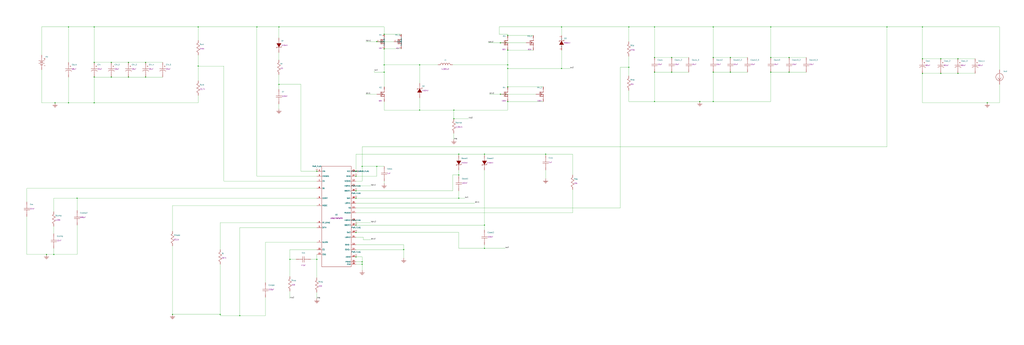
<source format=kicad_sch>
(kicad_sch (version 20231120) (generator "eeschema") (generator_version "8.0")
  (paper "User" 1062.99 358.14)
  (junction (at 800.1 74.93))
  (junction (at 957.58 76.2))
  (junction (at 582.93 71.12))
  (junction (at 994.41 60.96))
  (junction (at 527.05 52.07))
  (junction (at 471.17 123.19))
  (junction (at 391.16 43.18))
  (junction (at 48.26 264.16))
  (junction (at 800.1 27.94))
  (junction (at 652.78 69.85))
  (junction (at 71.12 106.68))
  (junction (at 819.15 59.69))
  (junction (at 527.05 105.41))
  (junction (at 398.78 67.31))
  (junction (at 398.78 35.56))
  (junction (at 1024.89 106.68))
  (junction (at 115.57 80.01))
  (junction (at 97.79 27.94))
  (junction (at 97.79 64.77))
  (junction (at 133.35 80.01))
  (junction (at 758.19 74.93))
  (junction (at 375.92 274.32))
  (junction (at 566.42 160.02))
  (junction (at 300.99 269.24))
  (junction (at 819.15 74.93))
  (junction (at 435.61 114.3))
  (junction (at 228.6 326.39))
  (junction (at 582.93 27.94))
  (junction (at 266.7 27.94))
  (junction (at 375.92 172.72))
  (junction (at 957.58 27.94))
  (junction (at 502.92 160.02))
  (junction (at 740.41 74.93))
  (junction (at 133.35 64.77))
  (junction (at 679.45 59.69))
  (junction (at 527.05 36.83))
  (junction (at 679.45 74.93))
  (junction (at 289.56 27.94))
  (junction (at 697.23 59.69))
  (junction (at 369.57 233.68))
  (junction (at 502.92 257.81))
  (junction (at 476.25 181.61))
  (junction (at 398.78 74.93))
  (junction (at 151.13 80.01))
  (junction (at 419.1 259.08))
  (junction (at 471.17 114.3))
  (junction (at 328.93 177.8))
  (junction (at 679.45 105.41))
  (junction (at 398.78 50.8))
  (junction (at 115.57 64.77))
  (junction (at 527.05 90.17))
  (junction (at 369.57 198.12))
  (junction (at 205.74 68.58))
  (junction (at 527.05 67.31))
  (junction (at 369.57 266.7))
  (junction (at 369.57 205.74))
  (junction (at 179.07 326.39))
  (junction (at 97.79 106.68))
  (junction (at 328.93 269.24))
  (junction (at 976.63 76.2))
  (junction (at 369.57 177.8))
  (junction (at 205.74 27.94))
  (junction (at 369.57 182.88))
  (junction (at 726.44 105.41))
  (junction (at 800.1 59.69))
  (junction (at 80.01 205.74))
  (junction (at 697.23 74.93))
  (junction (at 920.75 27.94))
  (junction (at 652.78 27.94))
  (junction (at 289.56 87.63))
  (junction (at 740.41 105.41))
  (junction (at 976.63 60.96))
  (junction (at 55.88 264.16))
  (junction (at 679.45 27.94))
  (junction (at 519.43 97.79))
  (junction (at 476.25 205.74))
  (junction (at 740.41 27.94))
  (junction (at 476.25 160.02))
  (junction (at 519.43 44.45))
  (junction (at 57.15 106.68))
  (junction (at 151.13 64.77))
  (junction (at 758.19 59.69))
  (junction (at 248.92 327.66))
  (junction (at 391.16 172.72))
  (junction (at 97.79 80.01))
  (junction (at 71.12 27.94))
  (junction (at 957.58 60.96))
  (junction (at 435.61 67.31))
  (junction (at 369.57 241.3))
  (junction (at 502.92 233.68))
  (junction (at 740.41 59.69))
  (junction (at 527.05 71.12))
  (junction (at 375.92 271.78))
  (junction (at 994.41 76.2))
  (wire (pts (xy 726.44 105.41) (xy 740.41 105.41)))
  (wire (pts (xy 476.25 176.53) (xy 476.25 181.61)))
  (wire (pts (xy 369.57 193.04) (xy 384.81 193.04)))
  (wire (pts (xy 205.74 68.58) (xy 205.74 83.82)))
  (wire (pts (xy 679.45 59.69) (xy 679.45 27.94)))
  (wire (pts (xy 527.05 114.3) (xy 471.17 114.3)))
  (wire (pts (xy 566.42 161.29) (xy 566.42 160.02)))
  (wire (pts (xy 740.41 74.93) (xy 758.19 74.93)))
  (wire (pts (xy 976.63 60.96) (xy 994.41 60.96)))
  (wire (pts (xy 471.17 138.43) (xy 471.17 144.78)))
  (wire (pts (xy 289.56 39.37) (xy 289.56 27.94)))
  (wire (pts (xy 679.45 74.93) (xy 679.45 105.41)))
  (wire (pts (xy 1037.59 72.39) (xy 1037.59 27.94)))
  (wire (pts (xy 398.78 67.31) (xy 435.61 67.31)))
  (wire (pts (xy 527.05 71.12) (xy 527.05 90.17)))
  (wire (pts (xy 55.88 264.16) (xy 48.26 264.16)))
  (wire (pts (xy 419.1 259.08) (xy 419.1 254)))
  (wire (pts (xy 1037.59 106.68) (xy 1037.59 87.63)))
  (wire (pts (xy 97.79 27.94) (xy 71.12 27.94)))
  (wire (pts (xy 476.25 161.29) (xy 476.25 160.02)))
  (wire (pts (xy 527.05 36.83) (xy 553.72 36.83)))
  (wire (pts (xy 115.57 64.77) (xy 133.35 64.77)))
  (wire (pts (xy 48.26 264.16) (xy 27.94 264.16)))
  (wire (pts (xy 398.78 35.56) (xy 416.56 35.56)))
  (wire (pts (xy 679.45 27.94) (xy 740.41 27.94)))
  (wire (pts (xy 435.61 114.3) (xy 398.78 114.3)))
  (wire (pts (xy 369.57 254) (xy 419.1 254)))
  (wire (pts (xy 369.57 220.98) (xy 594.36 220.98)))
  (wire (pts (xy 582.93 36.83) (xy 582.93 27.94)))
  (wire (pts (xy 57.15 106.68) (xy 43.18 106.68)))
  (wire (pts (xy 71.12 106.68) (xy 57.15 106.68)))
  (wire (pts (xy 758.19 59.69) (xy 775.97 59.69)))
  (wire (pts (xy 435.61 86.36) (xy 435.61 67.31)))
  (wire (pts (xy 369.57 231.14) (xy 384.81 231.14)))
  (wire (pts (xy 179.07 326.39) (xy 179.07 255.27)))
  (wire (pts (xy 398.78 50.8) (xy 398.78 67.31)))
  (wire (pts (xy 920.75 152.4) (xy 920.75 27.94)))
  (wire (pts (xy 43.18 106.68) (xy 43.18 72.39)))
  (wire (pts (xy 527.05 35.56) (xy 527.05 36.83)))
  (wire (pts (xy 205.74 27.94) (xy 97.79 27.94)))
  (wire (pts (xy 566.42 160.02) (xy 594.36 160.02)))
  (wire (pts (xy 151.13 64.77) (xy 168.91 64.77)))
  (wire (pts (xy 508 97.79) (xy 519.43 97.79)))
  (wire (pts (xy 819.15 74.93) (xy 836.93 74.93)))
  (wire (pts (xy 819.15 59.69) (xy 836.93 59.69)))
  (wire (pts (xy 471.17 114.3) (xy 435.61 114.3)))
  (wire (pts (xy 228.6 259.08) (xy 228.6 231.14)))
  (wire (pts (xy 312.42 177.8) (xy 328.93 177.8)))
  (wire (pts (xy 519.43 97.79) (xy 556.26 97.79)))
  (wire (pts (xy 502.92 160.02) (xy 566.42 160.02)))
  (wire (pts (xy 179.07 213.36) (xy 328.93 213.36)))
  (wire (pts (xy 369.57 246.38) (xy 377.19 246.38)))
  (wire (pts (xy 328.93 251.46) (xy 275.59 251.46)))
  (wire (pts (xy 502.92 238.76) (xy 502.92 233.68)))
  (wire (pts (xy 740.41 27.94) (xy 800.1 27.94)))
  (wire (pts (xy 957.58 27.94) (xy 1037.59 27.94)))
  (wire (pts (xy 205.74 57.15) (xy 205.74 68.58)))
  (wire (pts (xy 502.92 233.68) (xy 502.92 176.53)))
  (wire (pts (xy 419.1 267.97) (xy 419.1 259.08)))
  (wire (pts (xy 740.41 74.93) (xy 740.41 105.41)))
  (wire (pts (xy 312.42 87.63) (xy 312.42 177.8)))
  (wire (pts (xy 369.57 205.74) (xy 476.25 205.74)))
  (wire (pts (xy 476.25 257.81) (xy 476.25 241.3)))
  (wire (pts (xy 232.41 68.58) (xy 232.41 187.96)))
  (wire (pts (xy 435.61 114.3) (xy 435.61 101.6)))
  (wire (pts (xy 97.79 80.01) (xy 97.79 106.68)))
  (wire (pts (xy 55.88 257.81) (xy 55.88 264.16)))
  (wire (pts (xy 328.93 264.16) (xy 328.93 269.24)))
  (wire (pts (xy 566.42 176.53) (xy 566.42 185.42)))
  (wire (pts (xy 527.05 67.31) (xy 527.05 71.12)))
  (wire (pts (xy 527.05 105.41) (xy 563.88 105.41)))
  (wire (pts (xy 679.45 74.93) (xy 697.23 74.93)))
  (wire (pts (xy 377.19 246.38) (xy 377.19 248.92)))
  (wire (pts (xy 957.58 76.2) (xy 957.58 106.68)))
  (wire (pts (xy 289.56 77.47) (xy 289.56 87.63)))
  (wire (pts (xy 369.57 271.78) (xy 375.92 271.78)))
  (wire (pts (xy 502.92 254) (xy 502.92 257.81)))
  (wire (pts (xy 758.19 74.93) (xy 775.97 74.93)))
  (wire (pts (xy 80.01 264.16) (xy 55.88 264.16)))
  (wire (pts (xy 266.7 182.88) (xy 328.93 182.88)))
  (wire (pts (xy 435.61 67.31) (xy 454.66 67.31)))
  (wire (pts (xy 328.93 269.24) (xy 328.93 288.29)))
  (wire (pts (xy 97.79 80.01) (xy 115.57 80.01)))
  (wire (pts (xy 740.41 59.69) (xy 758.19 59.69)))
  (wire (pts (xy 652.78 43.18) (xy 652.78 27.94)))
  (wire (pts (xy 133.35 64.77) (xy 151.13 64.77)))
  (wire (pts (xy 476.25 198.12) (xy 476.25 205.74)))
  (wire (pts (xy 994.41 60.96) (xy 1012.19 60.96)))
  (wire (pts (xy 518.16 35.56) (xy 527.05 35.56)))
  (wire (pts (xy 391.16 172.72) (xy 398.78 172.72)))
  (wire (pts (xy 55.88 219.71) (xy 55.88 205.74)))
  (wire (pts (xy 391.16 43.18) (xy 379.73 43.18)))
  (wire (pts (xy 398.78 74.93) (xy 388.62 74.93)))
  (wire (pts (xy 328.93 195.58) (xy 27.94 195.58)))
  (wire (pts (xy 248.92 236.22) (xy 328.93 236.22)))
  (wire (pts (xy 652.78 105.41) (xy 679.45 105.41)))
  (wire (pts (xy 375.92 187.96) (xy 375.92 172.72)))
  (wire (pts (xy 679.45 59.69) (xy 697.23 59.69)))
  (wire (pts (xy 369.57 182.88) (xy 391.16 182.88)))
  (wire (pts (xy 322.58 269.24) (xy 328.93 269.24)))
  (wire (pts (xy 679.45 105.41) (xy 726.44 105.41)))
  (wire (pts (xy 398.78 74.93) (xy 398.78 90.17)))
  (wire (pts (xy 398.78 35.56) (xy 398.78 27.94)))
  (wire (pts (xy 228.6 327.66) (xy 248.92 327.66)))
  (wire (pts (xy 476.25 160.02) (xy 502.92 160.02)))
  (wire (pts (xy 328.93 259.08) (xy 300.99 259.08)))
  (wire (pts (xy 502.92 161.29) (xy 502.92 160.02)))
  (wire (pts (xy 740.41 59.69) (xy 740.41 27.94)))
  (wire (pts (xy 369.57 177.8) (xy 369.57 160.02)))
  (wire (pts (xy 369.57 266.7) (xy 375.92 266.7)))
  (wire (pts (xy 398.78 27.94) (xy 289.56 27.94)))
  (wire (pts (xy 328.93 205.74) (xy 80.01 205.74)))
  (wire (pts (xy 476.25 181.61) (xy 476.25 182.88)))
  (wire (pts (xy 697.23 59.69) (xy 715.01 59.69)))
  (wire (pts (xy 643.89 215.9) (xy 643.89 69.85)))
  (wire (pts (xy 80.01 218.44) (xy 80.01 205.74)))
  (wire (pts (xy 27.94 195.58) (xy 27.94 209.55)))
  (wire (pts (xy 289.56 87.63) (xy 289.56 92.71)))
  (wire (pts (xy 375.92 274.32) (xy 375.92 280.67)))
  (wire (pts (xy 27.94 224.79) (xy 27.94 264.16)))
  (wire (pts (xy 740.41 105.41) (xy 800.1 105.41)))
  (wire (pts (xy 800.1 59.69) (xy 819.15 59.69)))
  (wire (pts (xy 594.36 196.85) (xy 594.36 220.98)))
  (wire (pts (xy 375.92 152.4) (xy 920.75 152.4)))
  (wire (pts (xy 369.57 274.32) (xy 375.92 274.32)))
  (wire (pts (xy 519.43 44.45) (xy 546.1 44.45)))
  (wire (pts (xy 179.07 326.39) (xy 228.6 326.39)))
  (wire (pts (xy 80.01 205.74) (xy 55.88 205.74)))
  (wire (pts (xy 369.57 210.82) (xy 492.76 210.82)))
  (wire (pts (xy 97.79 27.94) (xy 97.79 64.77)))
  (wire (pts (xy 97.79 64.77) (xy 115.57 64.77)))
  (wire (pts (xy 289.56 27.94) (xy 266.7 27.94)))
  (wire (pts (xy 976.63 76.2) (xy 994.41 76.2)))
  (wire (pts (xy 643.89 69.85) (xy 652.78 69.85)))
  (wire (pts (xy 800.1 74.93) (xy 819.15 74.93)))
  (wire (pts (xy 375.92 271.78) (xy 375.92 274.32)))
  (wire (pts (xy 179.07 213.36) (xy 179.07 240.03)))
  (wire (pts (xy 300.99 269.24) (xy 300.99 287.02)))
  (wire (pts (xy 375.92 266.7) (xy 375.92 271.78)))
  (wire (pts (xy 300.99 259.08) (xy 300.99 269.24)))
  (wire (pts (xy 369.57 215.9) (xy 643.89 215.9)))
  (wire (pts (xy 375.92 172.72) (xy 391.16 172.72)))
  (wire (pts (xy 289.56 87.63) (xy 312.42 87.63)))
  (wire (pts (xy 43.18 57.15) (xy 43.18 27.94)))
  (wire (pts (xy 369.57 198.12) (xy 469.9 198.12)))
  (wire (pts (xy 275.59 293.37) (xy 275.59 251.46)))
  (wire (pts (xy 502.92 233.68) (xy 369.57 233.68)))
  (wire (pts (xy 232.41 187.96) (xy 328.93 187.96)))
  (wire (pts (xy 384.81 248.92) (xy 377.19 248.92)))
  (wire (pts (xy 205.74 68.58) (xy 232.41 68.58)))
  (wire (pts (xy 1037.59 106.68) (xy 1024.89 106.68)))
  (wire (pts (xy 328.93 303.53) (xy 328.93 309.88)))
  (wire (pts (xy 469.9 67.31) (xy 527.05 67.31)))
  (wire (pts (xy 800.1 27.94) (xy 920.75 27.94)))
  (wire (pts (xy 205.74 41.91) (xy 205.74 27.94)))
  (wire (pts (xy 228.6 326.39) (xy 228.6 327.66)))
  (wire (pts (xy 652.78 78.74) (xy 652.78 69.85)))
  (wire (pts (xy 957.58 60.96) (xy 957.58 27.94)))
  (wire (pts (xy 375.92 172.72) (xy 375.92 152.4)))
  (wire (pts (xy 97.79 106.68) (xy 71.12 106.68)))
  (wire (pts (xy 486.41 123.19) (xy 471.17 123.19)))
  (wire (pts (xy 307.34 269.24) (xy 300.99 269.24)))
  (wire (pts (xy 205.74 106.68) (xy 97.79 106.68)))
  (wire (pts (xy 71.12 80.01) (xy 71.12 106.68)))
  (wire (pts (xy 518.16 27.94) (xy 582.93 27.94)))
  (wire (pts (xy 71.12 64.77) (xy 71.12 27.94)))
  (wire (pts (xy 398.78 190.5) (xy 398.78 187.96)))
  (wire (pts (xy 369.57 187.96) (xy 375.92 187.96)))
  (wire (pts (xy 469.9 198.12) (xy 469.9 181.61)))
  (wire (pts (xy 205.74 99.06) (xy 205.74 106.68)))
  (wire (pts (xy 328.93 231.14) (xy 228.6 231.14)))
  (wire (pts (xy 1024.89 106.68) (xy 957.58 106.68)))
  (wire (pts (xy 800.1 74.93) (xy 800.1 105.41)))
  (wire (pts (xy 398.78 114.3) (xy 398.78 105.41)))
  (wire (pts (xy 518.16 35.56) (xy 518.16 27.94)))
  (wire (pts (xy 652.78 69.85) (xy 652.78 58.42)))
  (wire (pts (xy 527.05 52.07) (xy 553.72 52.07)))
  (wire (pts (xy 369.57 259.08) (xy 419.1 259.08)))
  (wire (pts (xy 957.58 60.96) (xy 976.63 60.96)))
  (wire (pts (xy 151.13 80.01) (xy 168.91 80.01)))
  (wire (pts (xy 391.16 182.88) (xy 391.16 172.72)))
  (wire (pts (xy 527.05 90.17) (xy 563.88 90.17)))
  (wire (pts (xy 388.62 74.93) (xy 388.62 73.66)))
  (wire (pts (xy 594.36 160.02) (xy 594.36 181.61)))
  (wire (pts (xy 527.05 52.07) (xy 527.05 67.31)))
  (wire (pts (xy 471.17 114.3) (xy 471.17 123.19)))
  (wire (pts (xy 369.57 228.6) (xy 369.57 231.14)))
  (wire (pts (xy 469.9 181.61) (xy 476.25 181.61)))
  (wire (pts (xy 248.92 327.66) (xy 275.59 327.66)))
  (wire (pts (xy 920.75 27.94) (xy 957.58 27.94)))
  (wire (pts (xy 398.78 67.31) (xy 398.78 74.93)))
  (wire (pts (xy 71.12 27.94) (xy 43.18 27.94)))
  (wire (pts (xy 527.05 105.41) (xy 527.05 114.3)))
  (wire (pts (xy 228.6 274.32) (xy 228.6 326.39)))
  (wire (pts (xy 476.25 205.74) (xy 482.6 205.74)))
  (wire (pts (xy 994.41 76.2) (xy 1012.19 76.2)))
  (wire (pts (xy 275.59 308.61) (xy 275.59 327.66)))
  (wire (pts (xy 957.58 76.2) (xy 976.63 76.2)))
  (wire (pts (xy 115.57 80.01) (xy 133.35 80.01)))
  (wire (pts (xy 527.05 71.12) (xy 582.93 71.12)))
  (wire (pts (xy 582.93 71.12) (xy 591.82 71.12)))
  (wire (pts (xy 133.35 80.01) (xy 151.13 80.01)))
  (wire (pts (xy 582.93 27.94) (xy 652.78 27.94)))
  (wire (pts (xy 582.93 71.12) (xy 582.93 52.07)))
  (wire (pts (xy 697.23 74.93) (xy 715.01 74.93)))
  (wire (pts (xy 80.01 233.68) (xy 80.01 264.16)))
  (wire (pts (xy 369.57 241.3) (xy 476.25 241.3)))
  (wire (pts (xy 289.56 113.03) (xy 289.56 107.95)))
  (wire (pts (xy 652.78 27.94) (xy 679.45 27.94)))
  (wire (pts (xy 506.73 44.45) (xy 519.43 44.45)))
  (wire (pts (xy 800.1 27.94) (xy 800.1 59.69)))
  (wire (pts (xy 289.56 54.61) (xy 289.56 62.23)))
  (wire (pts (xy 391.16 43.18) (xy 408.94 43.18)))
  (wire (pts (xy 55.88 234.95) (xy 55.88 242.57)))
  (wire (pts (xy 398.78 50.8) (xy 416.56 50.8)))
  (wire (pts (xy 524.51 257.81) (xy 502.92 257.81)))
  (wire (pts (xy 300.99 302.26) (xy 300.99 309.88)))
  (wire (pts (xy 369.57 160.02) (xy 476.25 160.02)))
  (wire (pts (xy 502.92 257.81) (xy 476.25 257.81)))
  (wire (pts (xy 652.78 93.98) (xy 652.78 105.41)))
  (wire (pts (xy 248.92 327.66) (xy 248.92 236.22)))
  (wire (pts (xy 266.7 27.94) (xy 266.7 182.88)))
  (wire (pts (xy 266.7 27.94) (xy 205.74 27.94)))
  (wire (pts (xy 391.16 97.79) (xy 379.73 97.79)))
  (label "sw1" (at 388.62 73.66 0))
  (label "csg" (at 471.17 144.78 0))
  (label "rcs2" (at 300.99 309.88 0))
  (label "rcs2" (at 486.41 123.19 0))
  (label "sw2" (at 524.51 257.81 0))
  (label "ldrv2" (at 384.81 248.92 0))
  (label "ldrv1" (at 492.76 210.82 0))
  (label "ldrv2" (at 508 97.79 0))
  (label "hdrv2" (at 384.81 231.14 0))
  (label "sw1" (at 482.6 205.74 0))
  (label "csg" (at 328.93 309.88 0))
  (label "hdrv1" (at 384.81 193.04 0))
  (label "hdrv2" (at 506.73 44.45 0))
  (label "hdrv1" (at 379.73 43.18 0))
  (label "ldrv1" (at 379.73 97.79 0))
  (label "sw2" (at 591.82 71.12 0))
  (symbol (lib_id "DCDCv2-altium-import:root_1_Cin_3") (at 133.35 72.39 0) (unit 1)
    (property "Reference" "Cin_3" (at 136.652 67.818 0) (effects (justify left bottom)))
    (property "Value" "50SVPF39M" (effects (hide yes)))
    (property "Description" "50SVPF39M" (effects (hide yes)))
    (property "PACKAGEREFERENCE" "50SVPF39M" (effects (hide yes)))
    (property "MANUFACTURER PART NUMBER" "50SVPF39M" (effects (hide yes)))
    (property "MANUFACTURER NAME" "Panasonic" (effects (hide yes)))
    (property "ALTIUM_VALUE" "39uF" (at 136.652 72.39 0) (effects (justify left bottom)))
  )
  (symbol (lib_id "DCDCv2-altium-import:root_1_Cvcc") (at 566.42 168.91 0) (unit 1)
    (property "Reference" "Cvcc" (at 569.468 164.592 0) (effects (justify left bottom)))
    (property "Value" "EMK107B7105KA-T" (effects (hide yes)))
    (property "Description" "EMK107B7105KA-T" (effects (hide yes)))
    (property "PACKAGEREFERENCE" "EMK107B7105KA-T" (effects (hide yes)))
    (property "MANUFACTURER PART NUMBER" "EMK107B7105KA-T" (effects (hide yes)))
    (property "MANUFACTURER NAME" "Taiyo Yuden" (effects (hide yes)))
    (property "ALTIUM_VALUE" "1uF" (at 569.468 169.164 0) (effects (justify left bottom)))
  )
  (symbol (lib_id "DCDCv2-altium-import:root_3_Vin") (at 43.18 64.77 0) (unit 1)
    (property "Reference" "Vin" (at 46.99 59.69 0) (effects (justify left bottom)))
    (property "Value" "WB_BATTERY" (effects (hide yes)))
    (property "Description" "WB_BATTERY" (effects (hide yes)))
    (property "PACKAGEREFERENCE" "WB_BATTERY" (effects (hide yes)))
    (property "MANUFACTURER PART NUMBER" "WB_BATTERY" (effects (hide yes)))
    (property "MANUFACTURER NAME" "WB_BATTERY" (effects (hide yes)))
    (property "ALTIUM_VALUE" "N/A" (effects (hide yes)))
  )
  (symbol (lib_id "DCDCv2-altium-import:root_1_Cout_3") (at 994.41 68.58 0) (unit 1)
    (property "Reference" "Cout_3" (at 997.712 64.008 0) (effects (justify left bottom)))
    (property "Value" "35SVPF82M" (effects (hide yes)))
    (property "Footprint" "cap footprints:35SVPF82M" (effects (hide yes)))
    (property "Datasheet" "https://industrial.panasonic.com/ww/products/pt/os-con/models/35SVPF82M" (effects (hide yes)))
    (property "Description" "35SVPF82M" (effects (hide yes)))
    (property "PACKAGEREFERENCE" "35SVPF82M" (effects (hide yes)))
    (property "MANUFACTURER PART NUMBER" "35SVPF82M" (effects (hide yes)))
    (property "MANUFACTURER NAME" "Panasonic" (effects (hide yes)))
    (property "ALTIUM_VALUE" "82uF" (at 997.712 68.58 0) (effects (justify left bottom)))
  )
  (symbol (lib_id "DCDCv2-altium-import:root_1_Rfbb") (at 652.78 86.36 0) (unit 1)
    (property "Reference" "Rfbb" (at 654.304 83.566 0) (effects (justify left bottom)))
    (property "Value" "RC0603FR-0720KL" (effects (hide yes)))
    (property "Description" "RC0603FR-0720KL" (effects (hide yes)))
    (property "PACKAGEREFERENCE" "RC0603FR-0720KL" (effects (hide yes)))
    (property "MANUFACTURER PART NUMBER" "RC0603FR-0720KL" (effects (hide yes)))
    (property "MANUFACTURER NAME" "Yageo" (effects (hide yes)))
    (property "ALTIUM_VALUE" "20k" (at 654.304 88.138 0) (effects (justify left bottom)))
  )
  (symbol (lib_id "DCDCv2-altium-import:root_1_Rt") (at 228.6 266.7 0) (unit 1)
    (property "Reference" "Rt" (at 230.124 263.906 0) (effects (justify left bottom)))
    (property "Value" "CRCW0402267KFKED" (effects (hide yes)))
    (property "Description" "CRCW0402267KFKED" (effects (hide yes)))
    (property "PACKAGEREFERENCE" "CRCW0402267KFKED" (effects (hide yes)))
    (property "MANUFACTURER PART NUMBER" "CRCW0402267KFKED" (effects (hide yes)))
    (property "MANUFACTURER NAME" "Vishay-Dale" (effects (hide yes)))
    (property "ALTIUM_VALUE" "267k" (at 230.124 268.478 0) (effects (justify left bottom)))
  )
  (symbol (lib_id "DCDCv2-altium-import:root_3_Iout") (at 1037.59 80.01 0) (unit 1)
    (property "Reference" "Iout" (at 1041.654 74.676 0) (effects (justify left bottom)))
    (property "Value" "WB_CURRENT_LOAD" (effects (hide yes)))
    (property "Description" "WB_CURRENT_LOAD" (effects (hide yes)))
    (property "PACKAGEREFERENCE" "WB_CURRENT_LOAD" (effects (hide yes)))
    (property "MANUFACTURER PART NUMBER" "WB_CURRENT_LOAD" (effects (hide yes)))
    (property "MANUFACTURER NAME" "WB_CURRENT_LOAD" (effects (hide yes)))
    (property "ALTIUM_VALUE" "N/A" (effects (hide yes)))
  )
  (symbol (lib_id "DCDCv2-altium-import:root_1_Dboot1") (at 476.25 168.91 0) (unit 1)
    (property "Reference" "Dboot1" (at 478.79 165.1 0) (effects (justify left bottom)))
    (property "Value" "SL44-E3/57T" (effects (hide yes)))
    (property "Description" "SL44-E3/57T" (effects (hide yes)))
    (property "PACKAGEREFERENCE" "SL44-E3/57T" (effects (hide yes)))
    (property "MANUFACTURER PART NUMBER" "SL44-E3/57T" (effects (hide yes)))
    (property "MANUFACTURER NAME" "Vishay-Semiconductor" (effects (hide yes)))
    (property "ALTIUM_VALUE" "440mV" (at 478.79 169.672 0) (effects (justify left bottom)))
  )
  (symbol (lib_id "DCDCv2-altium-import:root_1_Coutx2_2") (at 758.19 67.31 0) (unit 1)
    (property "Reference" "Coutx2_2" (at 761.238 62.992 0) (effects (justify left bottom)))
    (property "Value" "C5750X7R2E684M" (effects (hide yes)))
    (property "Description" "C5750X7S2A106M23" (effects (hide yes)))
    (property "PACKAGEREFERENCE" "C5750X7S2A106M230KB" (effects (hide yes)))
    (property "MANUFACTURER PART NUMBER" "C5750X7R2E684M" (effects (hide yes)))
    (property "MANUFACTURER NAME" "TDK" (effects (hide yes)))
    (property "ALTIUM_VALUE" "10uF" (at 761.238 67.564 0) (effects (justify left bottom)))
  )
  (symbol (lib_id "DCDCv2-altium-import:root_1_Coutx_3") (at 715.01 67.31 0) (unit 1)
    (property "Reference" "Coutx_3" (at 718.058 62.992 0) (effects (justify left bottom)))
    (property "Value" "GRM32ER71H106MA12" (effects (hide yes)))
    (property "Description" "GRM32ER71H106MA1" (effects (hide yes)))
    (property "PACKAGEREFERENCE" "GRM32ER71H106MA12" (effects (hide yes)))
    (property "MANUFACTURER PART NUMBER" "GRM32ER71H106MA12" (effects (hide yes)))
    (property "MANUFACTURER NAME" "MuRata" (effects (hide yes)))
    (property "ALTIUM_VALUE" "10uF" (at 718.058 67.564 0) (effects (justify left bottom)))
  )
  (symbol (lib_id "DCDCv2-altium-import:root_0_M1") (at 394.97 43.18 0) (unit 1)
    (property "Reference" "M1" (at 394.97 35.56 0) (effects (justify top)))
    (property "Value" "CSD18513Q5A" (effects (hide yes)))
    (property "Footprint" "CSD18531Q5A footprint:8power tdfn" (effects (hide yes)))
    (property "Datasheet" "https://www.ti.com/general/docs/suppproductinfo.tsp?distId=10&gotoUrl=https%3A%2F%2Fwww.ti.com%2Flit%2Fgpn%2Fcsd18513q5a" (effects (hide yes)))
    (property "Description" "CSD18513Q5A" (effects (hide yes)))
    (property "PACKAGEREFERENCE" "CSD18513Q5A" (effects (hide yes)))
    (property "MANUFACTURER PART NUMBER" "CSD18513Q5A" (effects (hide yes)))
    (property "MANUFACTURER NAME" "Texas Instruments" (effects (hide yes)))
    (property "ALTIUM_VALUE" "40V" (at 394.97 50.8 0) (effects (justify bottom)))
  )
  (symbol (lib_id "DCDCv2-altium-import:root_1_Cin") (at 97.79 72.39 0) (unit 1)
    (property "Reference" "Cin" (at 101.092 67.818 0) (effects (justify left bottom)))
    (property "Value" "50SVPF39M" (effects (hide yes)))
    (property "Footprint" "cap footprints:PCAP_SVP_E12_PAN" (effects (hide yes)))
    (property "Datasheet" "https://industrial.panasonic.com/ww/products/pt/os-con/models/50SVPF39M" (effects (hide yes)))
    (property "Description" "50SVPF39M" (effects (hide yes)))
    (property "PACKAGEREFERENCE" "50SVPF39M" (effects (hide yes)))
    (property "MANUFACTURER PART NUMBER" "50SVPF39M" (effects (hide yes)))
    (property "MANUFACTURER NAME" "Panasonic" (effects (hide yes)))
    (property "ALTIUM_VALUE" "39uF" (at 101.092 72.39 0) (effects (justify left bottom)))
  )
  (symbol (lib_id "DCDCv2-altium-import:root_1_Coutx3_3") (at 836.93 67.31 0) (unit 1)
    (property "Reference" "Coutx3_3" (at 839.978 62.992 0) (effects (justify left bottom)))
    (property "Value" "GRM32ER71H106MA12" (effects (hide yes)))
    (property "Description" "GRM32ER71H106MA1" (effects (hide yes)))
    (property "PACKAGEREFERENCE" "GRM32ER71H106MA12" (effects (hide yes)))
    (property "MANUFACTURER PART NUMBER" "GRM32ER71H106MA12" (effects (hide yes)))
    (property "MANUFACTURER NAME" "MuRata" (effects (hide yes)))
    (property "ALTIUM_VALUE" "10uF" (at 839.978 67.564 0) (effects (justify left bottom)))
  )
  (symbol (lib_id "DCDCv2-altium-import:root_1_Coutx") (at 679.45 67.31 0) (unit 1)
    (property "Reference" "Coutx" (at 682.498 62.992 0) (effects (justify left bottom)))
    (property "Value" "GRM32ER71H106MA12" (effects (hide yes)))
    (property "Description" "GRM32ER71H106MA1" (effects (hide yes)))
    (property "PACKAGEREFERENCE" "GRM32ER71H106MA12" (effects (hide yes)))
    (property "MANUFACTURER PART NUMBER" "GRM32ER71H106MA12" (effects (hide yes)))
    (property "MANUFACTURER NAME" "MuRata" (effects (hide yes)))
    (property "ALTIUM_VALUE" "10uF" (at 682.498 67.564 0) (effects (justify left bottom)))
  )
  (symbol (lib_id "DCDCv2-altium-import:root_1_Cin_4") (at 151.13 72.39 0) (unit 1)
    (property "Reference" "Cin_4" (at 154.432 67.818 0) (effects (justify left bottom)))
    (property "Value" "50SVPF39M" (effects (hide yes)))
    (property "Description" "50SVPF39M" (effects (hide yes)))
    (property "PACKAGEREFERENCE" "50SVPF39M" (effects (hide yes)))
    (property "MANUFACTURER PART NUMBER" "50SVPF39M" (effects (hide yes)))
    (property "MANUFACTURER NAME" "Panasonic" (effects (hide yes)))
    (property "ALTIUM_VALUE" "39uF" (at 154.432 72.39 0) (effects (justify left bottom)))
  )
  (symbol (lib_id "DCDCv2-altium-import:root_1_Cslope") (at 275.59 300.99 0) (unit 1)
    (property "Reference" "Cslope" (at 278.638 296.672 0) (effects (justify left bottom)))
    (property "Value" "CL10C151JB8NNNC" (effects (hide yes)))
    (property "Description" "CL10C151JB8NNNC" (effects (hide yes)))
    (property "PACKAGEREFERENCE" "CL10C151JB8NNNC" (effects (hide yes)))
    (property "MANUFACTURER PART NUMBER" "CL10C151JB8NNNC" (effects (hide yes)))
    (property "MANUFACTURER NAME" "Samsung Electro-Mechanics" (effects (hide yes)))
    (property "ALTIUM_VALUE" "150pF" (at 278.638 301.244 0) (effects (justify left bottom)))
  )
  (symbol (lib_id "DCDCv2-altium-import:root_1_Coutx2_3") (at 775.97 67.31 0) (unit 1)
    (property "Reference" "Coutx2_3" (at 779.018 62.992 0) (effects (justify left bottom)))
    (property "Value" "C5750X7R2E684M" (effects (hide yes)))
    (property "Description" "C5750X7S2A106M23" (effects (hide yes)))
    (property "PACKAGEREFERENCE" "C5750X7S2A106M230KB" (effects (hide yes)))
    (property "MANUFACTURER PART NUMBER" "C5750X7R2E684M" (effects (hide yes)))
    (property "MANUFACTURER NAME" "TDK" (effects (hide yes)))
    (property "ALTIUM_VALUE" "10uF" (at 779.018 67.564 0) (effects (justify left bottom)))
  )
  (symbol (lib_id "DCDCv2-altium-import:0_POWER_GROUND") (at 57.15 106.68 0) (unit 1)
    (property "Reference" "#PWR0113" (effects (hide yes)))
    (property "Value" "0" (effects (hide yes)))
  )
  (symbol (lib_id "DCDCv2-altium-import:root_1_Rcsp") (at 300.99 294.64 0) (unit 1)
    (property "Reference" "Rcsp" (at 302.514 291.846 0) (effects (justify left bottom)))
    (property "Value" "CRCW0603100RFKEA" (effects (hide yes)))
    (property "Description" "CRCW0603100RFKEA" (effects (hide yes)))
    (property "PACKAGEREFERENCE" "CRCW0603100RFKEA" (effects (hide yes)))
    (property "MANUFACTURER PART NUMBER" "CRCW0603100RFKEA" (effects (hide yes)))
    (property "MANUFACTURER NAME" "Vishay-Dale" (effects (hide yes)))
    (property "ALTIUM_VALUE" "100" (at 302.514 296.418 0) (effects (justify left bottom)))
  )
  (symbol (lib_id "DCDCv2-altium-import:root_1_Cout_2") (at 976.63 68.58 0) (unit 1)
    (property "Reference" "Cout_2" (at 979.932 64.008 0) (effects (justify left bottom)))
    (property "Value" "35SVPF82M" (effects (hide yes)))
    (property "Footprint" "cap footprints:35SVPF82M" (effects (hide yes)))
    (property "Datasheet" "https://industrial.panasonic.com/ww/products/pt/os-con/models/35SVPF82M" (effects (hide yes)))
    (property "Description" "35SVPF82M" (effects (hide yes)))
    (property "PACKAGEREFERENCE" "35SVPF82M" (effects (hide yes)))
    (property "MANUFACTURER PART NUMBER" "35SVPF82M" (effects (hide yes)))
    (property "MANUFACTURER NAME" "Panasonic" (effects (hide yes)))
    (property "ALTIUM_VALUE" "82uF" (at 979.932 68.58 0) (effects (justify left bottom)))
  )
  (symbol (lib_id "DCDCv2-altium-import:root_1_Dboot2") (at 502.92 168.91 0) (unit 1)
    (property "Reference" "Dboot2" (at 505.46 165.1 0) (effects (justify left bottom)))
    (property "Value" "SL44-E3/57T" (effects (hide yes)))
    (property "Description" "SL44-E3/57T" (effects (hide yes)))
    (property "PACKAGEREFERENCE" "SL44-E3/57T" (effects (hide yes)))
    (property "MANUFACTURER PART NUMBER" "SL44-E3/57T" (effects (hide yes)))
    (property "MANUFACTURER NAME" "Vishay-Semiconductor" (effects (hide yes)))
    (property "ALTIUM_VALUE" "440mV" (at 505.46 169.672 0) (effects (justify left bottom)))
  )
  (symbol (lib_id "DCDCv2-altium-import:0_POWER_GROUND") (at 726.44 105.41 0) (unit 1)
    (property "Reference" "#PWR0118" (effects (hide yes)))
    (property "Value" "0" (effects (hide yes)))
  )
  (symbol (lib_id "DCDCv2-altium-import:root_1_Rsense") (at 471.17 130.81 0) (unit 1)
    (property "Reference" "Rsense" (at 472.694 128.016 0) (effects (justify left bottom)))
    (property "Value" "CUSTOM2" (effects (hide yes)))
    (property "Description" "CUSTOM2" (effects (hide yes)))
    (property "PACKAGEREFERENCE" "CUSTOM" (effects (hide yes)))
    (property "MANUFACTURER PART NUMBER" "CUSTOM2" (effects (hide yes)))
    (property "MANUFACTURER NAME" "CUSTOM" (effects (hide yes)))
    (property "ALTIUM_VALUE" "2.394m" (at 472.694 132.588 0) (effects (justify left bottom)))
  )
  (symbol (lib_id "DCDCv2-altium-import:0_POWER_GROUND") (at 179.07 326.39 0) (unit 1)
    (property "Reference" "#PWR0117" (effects (hide yes)))
    (property "Value" "0" (effects (hide yes)))
  )
  (symbol (lib_id "DCDCv2-altium-import:root_0_U1") (at 349.25 223.52 0) (unit 1)
    (property "Reference" "U1" (at 349.25 223.52 0) (effects (justify bottom)))
    (property "Value" "LM5175PWPR" (effects (hide yes)))
    (property "Description" "LM5175PWPR" (effects (hide yes)))
    (property "PACKAGEREFERENCE" "LM5175PWPR" (at 349.25 227.33 0) (effects (justify bottom)))
    (property "MANUFACTURER PART NUMBER" "LM5175PWPR" (effects (hide yes)))
    (property "MANUFACTURER NAME" "Texas Instruments" (effects (hide yes)))
    (property "ALTIUM_VALUE" "N/A" (effects (hide yes)))
  )
  (symbol (lib_id "DCDCv2-altium-import:root_1_Rmode") (at 179.07 247.65 0) (unit 1)
    (property "Reference" "Rmode" (at 180.594 244.856 0) (effects (justify left bottom)))
    (property "Value" "RC0603FR-0793K1L" (effects (hide yes)))
    (property "Description" "RC0603FR-0793K1L" (effects (hide yes)))
    (property "PACKAGEREFERENCE" "RC0603FR-0793K1L" (effects (hide yes)))
    (property "MANUFACTURER PART NUMBER" "RC0603FR-0793K1L" (effects (hide yes)))
    (property "MANUFACTURER NAME" "Yageo" (effects (hide yes)))
    (property "ALTIUM_VALUE" "93.1k" (at 180.594 249.428 0) (effects (justify left bottom)))
  )
  (symbol (lib_id "DCDCv2-altium-import:root_0_L1") (at 462.28 67.31 0) (unit 1)
    (property "Reference" "L1" (at 462.28 62.992 0) (effects (justify bottom)))
    (property "Value" "GENERIC_INDUCTOR" (effects (hide yes)))
    (property "Description" "CUSTOM1" (effects (hide yes)))
    (property "PACKAGEREFERENCE" "CUSTOM" (effects (hide yes)))
    (property "MANUFACTURER PART NUMBER" "GENERIC_INDUCTOR" (effects (hide yes)))
    (property "MANUFACTURER NAME" "CUSTOM" (effects (hide yes)))
    (property "ALTIUM_VALUE" "4.065uH" (at 462.28 72.39 0) (effects (justify bottom)))
  )
  (symbol (lib_id "DCDCv2-altium-import:0_POWER_GROUND") (at 419.1 267.97 0) (unit 1)
    (property "Reference" "#PWR0111" (effects (hide yes)))
    (property "Value" "0" (effects (hide yes)))
  )
  (symbol (lib_id "DCDCv2-altium-import:0_POWER_GROUND") (at 1024.89 106.68 0) (unit 1)
    (property "Reference" "#PWR0125" (effects (hide yes)))
    (property "Value" "0" (effects (hide yes)))
  )
  (symbol (lib_id "power:PWR_FLAG") (at 369.57 198.12 0) (unit 1)
    (property "Reference" "#FLG04" (effects (hide yes)))
    (property "Value" "PWR_FLAG" (at 369.57 193.04 0))
    (property "Description" "Special symbol for telling ERC where power comes from" (effects (hide yes)))
  )
  (symbol (lib_id "power:PWR_FLAG") (at 369.57 177.8 270) (unit 1)
    (property "Reference" "#FLG02" (effects (hide yes)))
    (property "Value" "PWR_FLAG" (at 373.38 177.7999 90) (effects (justify left)))
    (property "Description" "Special symbol for telling ERC where power comes from" (effects (hide yes)))
  )
  (symbol (lib_id "DCDCv2-altium-import:root_1_Cboot1") (at 476.25 190.5 0) (unit 1)
    (property "Reference" "Cboot1" (at 479.298 186.182 0) (effects (justify left bottom)))
    (property "Value" "08053C104JAZ2A" (effects (hide yes)))
    (property "Footprint" "Capacitor_SMD:C_0805_2012Metric_Pad1.18x1.45mm_HandSolder" (effects (hide yes)))
    (property "Datasheet" "https://datasheets.kyocera-avx.com/KGF.pdf" (effects (hide yes)))
    (property "Description" "08053C104JAZ2A" (effects (hide yes)))
    (property "PACKAGEREFERENCE" "08053C104JAZ2A" (effects (hide yes)))
    (property "MANUFACTURER PART NUMBER" "08053C104JAZ2A" (effects (hide yes)))
    (property "MANUFACTURER NAME" "AVX" (effects (hide yes)))
    (property "ALTIUM_VALUE" "100nF" (at 479.298 190.754 0) (effects (justify left bottom)))
  )
  (symbol (lib_id "DCDCv2-altium-import:root_1_Coutx2") (at 740.41 67.31 0) (unit 1)
    (property "Reference" "Coutx2" (at 743.458 62.992 0) (effects (justify left bottom)))
    (property "Value" "C5750X7R2E684M" (effects (hide yes)))
    (property "Description" "C5750X7S2A106M23" (effects (hide yes)))
    (property "PACKAGEREFERENCE" "C5750X7S2A106M230KB" (effects (hide yes)))
    (property "MANUFACTURER PART NUMBER" "C5750X7R2E684M" (effects (hide yes)))
    (property "MANUFACTURER NAME" "TDK" (effects (hide yes)))
    (property "ALTIUM_VALUE" "10uF" (at 743.458 67.564 0) (effects (justify left bottom)))
  )
  (symbol (lib_id "DCDCv2-altium-import:root_0_M4_2") (at 560.07 97.79 0) (unit 1)
    (property "Reference" "M4_2" (at 560.07 90.17 0) (effects (justify top)))
    (property "Value" "CSD19534Q5A" (effects (hide yes)))
    (property "Footprint" "CSD18531Q5A footprint:8power tdfn" (effects (hide yes)))
    (property "Datasheet" "https://www.ti.com/general/docs/suppproductinfo.tsp?distId=10&gotoUrl=https%3A%2F%2Fwww.ti.com%2Flit%2Fgpn%2Fcsd19531q5a" (effects (hide yes)))
    (property "Description" "CSD19531Q5A" (effects (hide yes)))
    (property "PACKAGEREFERENCE" "CSD19531Q5A" (effects (hide yes)))
    (property "MANUFACTURER PART NUMBER" "CSD19534Q5A" (effects (hide yes)))
    (property "MANUFACTURER NAME" "Texas Instruments" (effects (hide yes)))
    (property "ALTIUM_VALUE" "100V" (at 560.07 105.41 0) (effects (justify bottom)))
  )
  (symbol (lib_id "DCDCv2-altium-import:root_1_Rfbt") (at 652.78 50.8 0) (unit 1)
    (property "Reference" "Rfbt" (at 654.304 48.006 0) (effects (justify left bottom)))
    (property "Value" "RC0603FR-07576KL" (effects (hide yes)))
    (property "Description" "RC0603FR-07576KL" (effects (hide yes)))
    (property "PACKAGEREFERENCE" "RC0603FR-07576KL" (effects (hide yes)))
    (property "MANUFACTURER PART NUMBER" "RC0603FR-07576KL" (effects (hide yes)))
    (property "MANUFACTURER NAME" "Yageo" (effects (hide yes)))
    (property "ALTIUM_VALUE" "576k" (at 654.304 52.578 0) (effects (justify left bottom)))
  )
  (symbol (lib_id "DCDCv2-altium-import:root_3_D2") (at 435.61 93.98 0) (unit 1)
    (property "Reference" "D2" (at 438.15 90.17 0) (effects (justify left bottom)))
    (property "Value" "SL44-E3/57T" (effects (hide yes)))
    (property "Description" "SL44-E3/57T" (effects (hide yes)))
    (property "PACKAGEREFERENCE" "SL44-E3/57T" (effects (hide yes)))
    (property "MANUFACTURER PART NUMBER" "SL44-E3/57T" (effects (hide yes)))
    (property "MANUFACTURER NAME" "Vishay-Semiconductor" (effects (hide yes)))
    (property "ALTIUM_VALUE" "440mV" (at 438.15 94.742 0) (effects (justify left bottom)))
  )
  (symbol (lib_id "DCDCv2-altium-import:root_1_Cin_2") (at 115.57 72.39 0) (unit 1)
    (property "Reference" "Cin_2" (at 118.872 67.818 0) (effects (justify left bottom)))
    (property "Value" "50SVPF39M" (effects (hide yes)))
    (property "Footprint" "cap footprints:PCAP_SVP_E12_PAN" (effects (hide yes)))
    (property "Datasheet" "https://industrial.panasonic.com/ww/products/pt/os-con/models/50SVPF39M" (effects (hide yes)))
    (property "Description" "50SVPF39M" (effects (hide yes)))
    (property "PACKAGEREFERENCE" "50SVPF39M" (effects (hide yes)))
    (property "MANUFACTURER PART NUMBER" "50SVPF39M" (effects (hide yes)))
    (property "MANUFACTURER NAME" "Panasonic" (effects (hide yes)))
    (property "ALTIUM_VALUE" "39uF" (at 118.872 72.39 0) (effects (justify left bottom)))
  )
  (symbol (lib_id "DCDCv2-altium-import:root_3_D3") (at 582.93 44.45 0) (unit 1)
    (property "Reference" "D3" (at 585.47 40.64 0) (effects (justify left bottom)))
    (property "Value" "SBRD10200TR" (effects (hide yes)))
    (property "Description" "SBRD10200TR" (effects (hide yes)))
    (property "PACKAGEREFERENCE" "SBRD10200TR" (effects (hide yes)))
    (property "MANUFACTURER PART NUMBER" "SBRD10200TR" (effects (hide yes)))
    (property "MANUFACTURER NAME" "SMC Diode Solutions" (effects (hide yes)))
    (property "ALTIUM_VALUE" "950mV" (at 585.47 45.212 0) (effects (justify left bottom)))
  )
  (symbol (lib_id "DCDCv2-altium-import:root_1_Rpg") (at 594.36 189.23 0) (unit 1)
    (property "Reference" "Rpg" (at 595.884 186.436 0) (effects (justify left bottom)))
    (property "Value" "RC0603FR-0720KL" (effects (hide yes)))
    (property "Description" "RC0603FR-0720KL" (effects (hide yes)))
    (property "PACKAGEREFERENCE" "RC0603FR-0720KL" (effects (hide yes)))
    (property "MANUFACTURER PART NUMBER" "RC0603FR-0720KL" (effects (hide yes)))
    (property "MANUFACTURER NAME" "Yageo" (effects (hide yes)))
    (property "ALTIUM_VALUE" "20k" (at 595.884 191.008 0) (effects (justify left bottom)))
  )
  (symbol (lib_id "DCDCv2-altium-import:root_0_M2") (at 394.97 97.79 0) (unit 1)
    (property "Reference" "M2" (at 394.97 90.17 0) (effects (justify top)))
    (property "Value" "CSD18531Q5A" (effects (hide yes)))
    (property "Footprint" "CSD18531Q5A footprint:CSD18531Q5A" (effects (hide yes)))
    (property "Datasheet" "https://www.ti.com/general/docs/suppproductinfo.tsp?distId=10&gotoUrl=https%3A%2F%2Fwww.ti.com%2Flit%2Fgpn%2Fcsd18531q5a" (effects (hide yes)))
    (property "Description" "CSD18531Q5A" (effects (hide yes)))
    (property "PACKAGEREFERENCE" "CSD18531Q5A" (effects (hide yes)))
    (property "MANUFACTURER PART NUMBER" "CSD18531Q5A" (effects (hide yes)))
    (property "MANUFACTURER NAME" "Texas Instruments" (effects (hide yes)))
    (property "ALTIUM_VALUE" "60V" (at 394.97 105.41 0) (effects (justify bottom)))
  )
  (symbol (lib_id "DCDCv2-altium-import:0_POWER_GROUND") (at 375.92 280.67 0) (unit 1)
    (property "Reference" "#PWR0105" (effects (hide yes)))
    (property "Value" "0" (effects (hide yes)))
  )
  (symbol (lib_id "DCDCv2-altium-import:root_1_Cf") (at 289.56 100.33 0) (unit 1)
    (property "Reference" "Cf" (at 292.608 96.012 0) (effects (justify left bottom)))
    (property "Value" "C1608X5R1H224K080AB" (effects (hide yes)))
    (property "Footprint" "Capacitor_SMD:C_0603_1608Metric_Pad1.08x0.95mm_HandSolder" (effects (hide yes)))
    (property "Datasheet" "https://product.tdk.com/system/files/dam/doc/product/capacitor/ceramic/mlcc/catalog/mlcc_commercial_general_en.pdf" (effects (hide yes)))
    (property "Description" "C1608X5R1H224K08" (effects (hide yes)))
    (property "PACKAGEREFERENCE" "C1608X5R1H224K080AB" (effects (hide yes)))
    (property "MANUFACTURER PART NUMBER" "C1608X5R1H224K080AB" (effects (hide yes)))
    (property "MANUFACTURER NAME" "TDK" (effects (hide yes)))
    (property "ALTIUM_VALUE" "220nF" (at 292.608 100.584 0) (effects (justify left bottom)))
  )
  (symbol (lib_id "DCDCv2-altium-import:root_1_Ruvb") (at 205.74 91.44 0) (unit 1)
    (property "Reference" "Ruvb" (at 207.264 88.646 0) (effects (justify left bottom)))
    (property "Value" "RC0201FR-0723K7L" (effects (hide yes)))
    (property "Description" "RC0201FR-0723K7L" (effects (hide yes)))
    (property "PACKAGEREFERENCE" "RC0201FR-0723K7L" (effects (hide yes)))
    (property "MANUFACTURER PART NUMBER" "RC0201FR-0723K7L" (effects (hide yes)))
    (property "MANUFACTURER NAME" "Yageo" (effects (hide yes)))
    (property "ALTIUM_VALUE" "23.7k" (at 207.264 93.218 0) (effects (justify left bottom)))
  )
  (symbol (lib_id "DCDCv2-altium-import:0_BAR") (at 328.93 309.88 0) (unit 1)
    (property "Reference" "#PWR0115" (effects (hide yes)))
    (property "Value" "0" (effects (hide yes)))
  )
  (symbol (lib_id "DCDCv2-altium-import:root_1_Coutx3") (at 800.1 67.31 0) (unit 1)
    (property "Reference" "Coutx3" (at 803.148 62.992 0) (effects (justify left bottom)))
    (property "Value" "GRM32ER71H106MA12" (effects (hide yes)))
    (property "Description" "GRM32ER71H106MA1" (effects (hide yes)))
    (property "PACKAGEREFERENCE" "GRM32ER71H106MA12" (effects (hide yes)))
    (property "MANUFACTURER PART NUMBER" "GRM32ER71H106MA12" (effects (hide yes)))
    (property "MANUFACTURER NAME" "MuRata" (effects (hide yes)))
    (property "ALTIUM_VALUE" "10uF" (at 803.148 67.564 0) (effects (justify left bottom)))
  )
  (symbol (lib_id "DCDCv2-altium-import:0_POWER_GROUND") (at 48.26 264.16 0) (unit 1)
    (property "Reference" "#PWR0101" (effects (hide yes)))
    (property "Value" "0" (effects (hide yes)))
  )
  (symbol (lib_id "power:PWR_FLAG") (at 369.57 205.74 0) (unit 1)
    (property "Reference" "#FLG05" (effects (hide yes)))
    (property "Value" "PWR_FLAG" (at 369.57 200.66 0))
    (property "Description" "Special symbol for telling ERC where power comes from" (effects (hide yes)))
  )
  (symbol (lib_id "DCDCv2-altium-import:root_0_M4") (at 523.24 97.79 0) (unit 1)
    (property "Reference" "M4" (at 523.24 90.17 0) (effects (justify top)))
    (property "Value" "CSD19534Q5A" (effects (hide yes)))
    (property "Footprint" "CSD18531Q5A footprint:8power tdfn" (effects (hide yes)))
    (property "Datasheet" "https://www.ti.com/general/docs/suppproductinfo.tsp?distId=10&gotoUrl=https%3A%2F%2Fwww.ti.com%2Flit%2Fgpn%2Fcsd19531q5a" (effects (hide yes)))
    (property "Description" "CSD19531Q5A" (effects (hide yes)))
    (property "PACKAGEREFERENCE" "CSD19531Q5A" (effects (hide yes)))
    (property "MANUFACTURER PART NUMBER" "CSD19534Q5A" (effects (hide yes)))
    (property "MANUFACTURER NAME" "Texas Instruments" (effects (hide yes)))
    (property "ALTIUM_VALUE" "100V" (at 523.24 105.41 0) (effects (justify bottom)))
  )
  (symbol (lib_id "DCDCv2-altium-import:root_1_Css") (at 27.94 217.17 0) (unit 1)
    (property "Reference" "Css" (at 30.988 212.852 0) (effects (justify left bottom)))
    (property "Value" "CGA4J2C0G1H223J125AA" (effects (hide yes)))
    (property "Footprint" "Capacitor_SMD:C_0805_2012Metric_Pad1.18x1.45mm_HandSolder" (effects (hide yes)))
    (property "Datasheet" "https://product.tdk.com/system/files/dam/doc/product/capacitor/ceramic/mlcc/catalog/mlcc_automotive_general_en.pdf" (effects (hide yes)))
    (property "Description" "CGA4J2C0G1H223J1" (effects (hide yes)))
    (property "PACKAGEREFERENCE" "CGA4J2C0G1H223J125AA" (effects (hide yes)))
    (property "MANUFACTURER PART NUMBER" "CGA4J2C0G1H223J125AA" (effects (hide yes)))
    (property "MANUFACTURER NAME" "TDK" (effects (hide yes)))
    (property "ALTIUM_VALUE" "22nF" (at 30.988 217.424 0) (effects (justify left bottom)))
  )
  (symbol (lib_id "DCDCv2-altium-import:0_POWER_GROUND") (at 398.78 190.5 0) (unit 1)
    (property "Reference" "#PWR0109" (effects (hide yes)))
    (property "Value" "0" (effects (hide yes)))
  )
  (symbol (lib_id "DCDCv2-altium-import:root_1_Coutx3_2") (at 819.15 67.31 0) (unit 1)
    (property "Reference" "Coutx3_2" (at 822.198 62.992 0) (effects (justify left bottom)))
    (property "Value" "GRM32ER71H106MA12" (effects (hide yes)))
    (property "Description" "GRM32ER71H106MA1" (effects (hide yes)))
    (property "PACKAGEREFERENCE" "GRM32ER71H106MA12" (effects (hide yes)))
    (property "MANUFACTURER PART NUMBER" "GRM32ER71H106MA12" (effects (hide yes)))
    (property "MANUFACTURER NAME" "MuRata" (effects (hide yes)))
    (property "ALTIUM_VALUE" "10uF" (at 822.198 67.564 0) (effects (justify left bottom)))
  )
  (symbol (lib_id "DCDCv2-altium-import:root_0_M3") (at 523.24 44.45 0) (unit 1)
    (property "Reference" "M3" (at 523.24 36.83 0) (effects (justify top)))
    (property "Value" "CSD18533Q5A" (effects (hide yes)))
    (property "Footprint" "CSD18531Q5A footprint:8power tdfn" (effects (hide yes)))
    (property "Datasheet" "https://www.ti.com/general/docs/suppproductinfo.tsp?distId=10&gotoUrl=https%3A%2F%2Fwww.ti.com%2Flit%2Fgpn%2Fcsd18533q5a" (effects (hide yes)))
    (property "Description" "CSD18533Q5A" (effects (hide yes)))
    (property "PACKAGEREFERENCE" "CSD18533Q5A" (effects (hide yes)))
    (property "MANUFACTURER PART NUMBER" "CSD18533Q5A" (effects (hide yes)))
    (property "MANUFACTURER NAME" "Texas Instruments" (effects (hide yes)))
    (property "ALTIUM_VALUE" "60V" (at 523.24 52.07 0) (effects (justify bottom)))
  )
  (symbol (lib_id "DCDCv2-altium-import:root_1_Df") (at 289.56 46.99 0) (unit 1)
    (property "Reference" "Df" (at 292.1 43.18 0) (effects (justify left bottom)))
    (property "Value" "SL44-E3/57T" (effects (hide yes)))
    (property "Footprint" "Diode_SMD:D_SMC" (effects (hide yes)))
    (property "Datasheet" "https://www.vishay.com/docs/88742/sl42.pdf" (effects (hide yes)))
    (property "Description" "SL44-E3/57T" (effects (hide yes)))
    (property "PACKAGEREFERENCE" "SL44-E3/57T" (effects (hide yes)))
    (property "MANUFACTURER PART NUMBER" "SL44-E3/57T" (effects (hide yes)))
    (property "MANUFACTURER NAME" "Vishay-Semiconductor" (effects (hide yes)))
    (property "ALTIUM_VALUE" "440mV" (at 292.1 47.752 0) (effects (justify left bottom)))
  )
  (symbol (lib_id "DCDCv2-altium-import:root_1_Cbias") (at 398.78 180.34 0) (unit 1)
    (property "Reference" "Cbias" (at 401.828 176.022 0) (effects (justify left bottom)))
    (property "Value" "C1608X5R1H105K080AB" (effects (hide yes)))
    (property "Description" "C1608X5R1H105K08" (effects (hide yes)))
    (property "PACKAGEREFERENCE" "C1608X5R1H105K080AB" (effects (hide yes)))
    (property "MANUFACTURER PART NUMBER" "C1608X5R1H105K080AB" (effects (hide yes)))
    (property "MANUFACTURER NAME" "TDK" (effects (hide yes)))
    (property "ALTIUM_VALUE" "1uF" (at 401.828 180.594 0) (effects (justify left bottom)))
  )
  (symbol (lib_id "DCDCv2-altium-import:root_1_Rcsg") (at 328.93 295.91 0) (unit 1)
    (property "Reference" "Rcsg" (at 330.454 293.116 0) (effects (justify left bottom)))
    (property "Value" "CRCW0603100RFKEA" (effects (hide yes)))
    (property "Description" "CRCW0603100RFKEA" (effects (hide yes)))
    (property "PACKAGEREFERENCE" "CRCW0603100RFKEA" (effects (hide yes)))
    (property "MANUFACTURER PART NUMBER" "CRCW0603100RFKEA" (effects (hide yes)))
    (property "MANUFACTURER NAME" "Vishay-Dale" (effects (hide yes)))
    (property "ALTIUM_VALUE" "100" (at 330.454 297.688 0) (effects (justify left bottom)))
  )
  (symbol (lib_id "power:PWR_FLAG") (at 328.93 177.8 0) (unit 1)
    (property "Reference" "#FLG01" (effects (hide yes)))
    (property "Value" "PWR_FLAG" (at 328.93 172.72 0))
    (property "Description" "Special symbol for telling ERC where power comes from" (effects (hide yes)))
  )
  (symbol (lib_id "DCDCv2-altium-import:root_1_Ccomp") (at 55.88 250.19 0) (unit 1)
    (property "Reference" "Ccomp" (at 58.928 245.872 0) (effects (justify left bottom)))
    (property "Value" "C2012C0G1H153J085AA" (effects (hide yes)))
    (property "Description" "C2012C0G1H153J08" (effects (hide yes)))
    (property "PACKAGEREFERENCE" "C2012C0G1H153J085AA" (effects (hide yes)))
    (property "MANUFACTURER PART NUMBER" "C2012C0G1H153J085AA" (effects (hide yes)))
    (property "MANUFACTURER NAME" "TDK" (effects (hide yes)))
    (property "ALTIUM_VALUE" "15nF" (at 58.928 250.444 0) (effects (justify left bottom)))
  )
  (symbol (lib_id "DCDCv2-altium-import:0_POWER_GROUND") (at 471.17 144.78 0) (unit 1)
    (property "Reference" "#PWR0121" (effects (hide yes)))
    (property "Value" "0" (effects (hide yes)))
  )
  (symbol (lib_id "DCDCv2-altium-import:root_1_Cin_5") (at 168.91 72.39 0) (unit 1)
    (property "Reference" "Cin_5" (at 172.212 67.818 0) (effects (justify left bottom)))
    (property "Value" "50SVPF39M" (effects (hide yes)))
    (property "Footprint" "cap footprints:PCAP_SVP_E12_PAN" (effects (hide yes)))
    (property "Datasheet" "https://industrial.panasonic.com/ww/products/pt/os-con/models/50SVPF39M" (effects (hide yes)))
    (property "Description" "50SVPF39M" (effects (hide yes)))
    (property "PACKAGEREFERENCE" "50SVPF39M" (effects (hide yes)))
    (property "MANUFACTURER PART NUMBER" "50SVPF39M" (effects (hide yes)))
    (property "MANUFACTURER NAME" "Panasonic" (effects (hide yes)))
    (property "ALTIUM_VALUE" "39uF" (at 172.212 72.39 0) (effects (justify left bottom)))
  )
  (symbol (lib_id "DCDCv2-altium-import:root_1_Cout") (at 957.58 68.58 0) (unit 1)
    (property "Reference" "Cout" (at 960.882 64.008 0) (effects (justify left bottom)))
    (property "Value" "35SVPF82M" (effects (hide yes)))
    (property "Datasheet" "https://industrial.panasonic.com/ww/products/pt/os-con/models/35SVPF82M" (effects (hide yes)))
    (property "Description" "35SVPF82M" (effects (hide yes)))
    (property "PACKAGEREFERENCE" "35SVPF82M" (effects (hide yes)))
    (property "MANUFACTURER PART NUMBER" "35SVPF82M" (effects (hide yes)))
    (property "MANUFACTURER NAME" "Panasonic" (effects (hide yes)))
    (property "ALTIUM_VALUE" "82uF" (at 960.882 68.58 0) (effects (justify left bottom)))
  )
  (symbol (lib_id "power:PWR_FLAG") (at 369.57 233.68 0) (unit 1)
    (property "Reference" "#FLG06" (effects (hide yes)))
    (property "Value" "PWR_FLAG" (at 369.57 228.6 0))
    (property "Description" "Special symbol for telling ERC where power comes from" (effects (hide yes)))
  )
  (symbol (lib_id "DCDCv2-altium-import:0_POWER_GROUND") (at 566.42 185.42 0) (unit 1)
    (property "Reference" "#PWR0131" (effects (hide yes)))
    (property "Value" "0" (effects (hide yes)))
  )
  (symbol (lib_id "DCDCv2-altium-import:root_2_Ccs") (at 314.96 269.24 0) (unit 1)
    (property "Reference" "Ccs" (at 314.96 263.144 0) (effects (justify bottom)))
    (property "Value" "06035A470JAT2A" (effects (hide yes)))
    (property "Description" "06035A470JAT2A" (effects (hide yes)))
    (property "PACKAGEREFERENCE" "06035A470JAT2A" (effects (hide yes)))
    (property "MANUFACTURER PART NUMBER" "06035A470JAT2A" (effects (hide yes)))
    (property "MANUFACTURER NAME" "AVX" (effects (hide yes)))
    (property "ALTIUM_VALUE" "47pF" (at 314.96 276.098 0) (effects (justify bottom)))
  )
  (symbol (lib_id "DCDCv2-altium-import:root_1_Rcomp") (at 55.88 227.33 0) (unit 1)
    (property "Reference" "Rcomp" (at 57.404 224.536 0) (effects (justify left bottom)))
    (property "Value" "CRCW04024K99FKED" (effects (hide yes)))
    (property "Description" "CRCW04024K99FKED" (effects (hide yes)))
    (property "PACKAGEREFERENCE" "CRCW04024K99FKED" (effects (hide yes)))
    (property "MANUFACTURER PART NUMBER" "CRCW04024K99FKED" (effects (hide yes)))
    (property "MANUFACTURER NAME" "Vishay-Dale" (effects (hide yes)))
    (property "ALTIUM_VALUE" "4.99k" (at 57.404 229.108 0) (effects (justify left bottom)))
  )
  (symbol (lib_id "power:PWR_FLAG") (at 369.57 241.3 0) (unit 1)
    (property "Reference" "#FLG07" (effects (hide yes)))
    (property "Value" "PWR_FLAG" (at 369.57 236.22 0))
    (property "Description" "Special symbol for telling ERC where power comes from" (effects (hide yes)))
  )
  (symbol (lib_id "DCDCv2-altium-import:root_1_Ruvt") (at 205.74 49.53 0) (unit 1)
    (property "Reference" "Ruvt" (at 207.264 46.736 0) (effects (justify left bottom)))
    (property "Value" "RC0201FR-07249KL" (effects (hide yes)))
    (property "Description" "RC0201FR-07249KL" (effects (hide yes)))
    (property "PACKAGEREFERENCE" "RC0201FR-07249KL" (effects (hide yes)))
    (property "MANUFACTURER PART NUMBER" "RC0201FR-07249KL" (effects (hide yes)))
    (property "MANUFACTURER NAME" "Yageo" (effects (hide yes)))
    (property "ALTIUM_VALUE" "249k" (at 207.264 51.308 0) (effects (justify left bottom)))
  )
  (symbol (lib_id "DCDCv2-altium-import:root_1_Cout_4") (at 1012.19 68.58 0) (unit 1)
    (property "Reference" "Cout_4" (at 1015.492 64.008 0) (effects (justify left bottom)))
    (property "Value" "35SVPF82M" (effects (hide yes)))
    (property "Footprint" "cap footprints:35SVPF82M" (effects (hide yes)))
    (property "Datasheet" "https://industrial.panasonic.com/ww/products/pt/os-con/models/35SVPF82M" (effects (hide yes)))
    (property "Description" "35SVPF82M" (effects (hide yes)))
    (property "PACKAGEREFERENCE" "35SVPF82M" (effects (hide yes)))
    (property "MANUFACTURER PART NUMBER" "35SVPF82M" (effects (hide yes)))
    (property "MANUFACTURER NAME" "Panasonic" (effects (hide yes)))
    (property "ALTIUM_VALUE" "82uF" (at 1015.492 68.58 0) (effects (justify left bottom)))
  )
  (symbol (lib_id "DCDCv2-altium-import:root_1_Rf") (at 289.56 69.85 0) (unit 1)
    (property "Reference" "Rf" (at 291.084 67.056 0) (effects (justify left bottom)))
    (property "Value" "RC0603FR-0710RL" (effects (hide yes)))
    (property "Footprint" "Resistor_SMD:R_0603_1608Metric_Pad0.98x0.95mm_HandSolder" (effects (hide yes)))
    (property "Datasheet" "https://www.yageo.com/upload/media/product/products/datasheet/rchip/PYu-RC_Group_51_RoHS_L_12.pdf" (effects (hide yes)))
    (property "Description" "RC0603FR-0710RL" (effects (hide yes)))
    (property "PACKAGEREFERENCE" "RC0603FR-0710RL" (effects (hide yes)))
    (property "MANUFACTURER PART NUMBER" "RC0603FR-0710RL" (effects (hide yes)))
    (property "MANUFACTURER NAME" "Yageo" (effects (hide yes)))
    (property "ALTIUM_VALUE" "10" (at 291.084 71.628 0) (effects (justify left bottom)))
  )
  (symbol (lib_id "DCDCv2-altium-import:root_1_Coutx_2") (at 697.23 67.31 0) (unit 1)
    (property "Reference" "Coutx_2" (at 700.278 62.992 0) (effects (justify left bottom)))
    (property "Value" "GRM32ER71H106MA12" (effects (hide yes)))
    (property "Description" "GRM32ER71H106MA1" (effects (hide yes)))
    (property "PACKAGEREFERENCE" "GRM32ER71H106MA12" (effects (hide yes)))
    (property "MANUFACTURER PART NUMBER" "GRM32ER71H106MA12" (effects (hide yes)))
    (property "MANUFACTURER NAME" "MuRata" (effects (hide yes)))
    (property "ALTIUM_VALUE" "10uF" (at 700.278 67.564 0) (effects (justify left bottom)))
  )
  (symbol (lib_id "power:PWR_FLAG") (at 369.57 266.7 0) (unit 1)
    (property "Reference" "#FLG03" (effects (hide yes)))
    (property "Value" "PWR_FLAG" (at 369.57 261.62 0))
    (property "Description" "Special symbol for telling ERC where power comes from" (effects (hide yes)))
  )
  (symbol (lib_id "DCDCv2-altium-import:root_1_Cbulk") (at 71.12 72.39 0) (unit 1)
    (property "Reference" "Cbulk" (at 74.422 67.818 0) (effects (justify left bottom)))
    (property "Value" "UUD1V680MCL1GS" (effects (hide yes)))
    (property "Footprint" "cap footprints:PCAP_6.3x7.7-ELECT_NCA" (effects (hide yes)))
    (property "Datasheet" "https://www.nichicon.co.jp/english/series_items/catalog_pdf/e-uud.pdf" (effects (hide yes)))
    (property "Description" "UUD1V680MCL1GS" (effects (hide yes)))
    (property "PACKAGEREFERENCE" "UUD1V680MCL1GS" (effects (hide yes)))
    (property "MANUFACTURER PART NUMBER" "UUD1V680MCL1GS" (effects (hide yes)))
    (property "MANUFACTURER NAME" "Nichicon" (effects (hide yes)))
    (property "ALTIUM_VALUE" "68uF" (at 74.422 72.39 0) (effects (justify left bottom)))
  )
  (symbol (lib_id "power:PWR_FLAG") (at 369.57 182.88 0) (unit 1)
    (property "Reference" "#FLG08" (effects (hide yes)))
    (property "Value" "PWR_FLAG" (at 369.57 177.8 0))
    (property "Description" "Special symbol for telling ERC where power comes from" (effects (hide yes)))
  )
  (symbol (lib_id "DCDCv2-altium-import:0_POWER_GROUND") (at 289.56 113.03 0) (unit 1)
    (property "Reference" "#PWR0114" (effects (hide yes)))
    (property "Value" "0" (effects (hide yes)))
  )
  (symbol (lib_id "DCDCv2-altium-import:root_0_M3_2") (at 549.91 44.45 0) (unit 1)
    (property "Reference" "M3_2" (at 549.91 36.83 0) (effects (justify top)))
    (property "Value" "CSD18533Q5A" (effects (hide yes)))
    (property "Footprint" "CSD18531Q5A footprint:8power tdfn" (effects (hide yes)))
    (property "Datasheet" "https://www.ti.com/general/docs/suppproductinfo.tsp?distId=10&gotoUrl=https%3A%2F%2Fwww.ti.com%2Flit%2Fgpn%2Fcsd18533q5a" (effects (hide yes)))
    (property "Description" "CSD18533Q5A" (effects (hide yes)))
    (property "PACKAGEREFERENCE" "CSD18533Q5A" (effects (hide yes)))
    (property "MANUFACTURER PART NUMBER" "CSD18533Q5A" (effects (hide yes)))
    (property "MANUFACTURER NAME" "Texas Instruments" (effects (hide yes)))
    (property "ALTIUM_VALUE" "60V" (at 549.91 52.07 0) (effects (justify bottom)))
  )
  (symbol (lib_id "DCDCv2-altium-import:root_1_Cboot2") (at 502.92 246.38 0) (unit 1)
    (property "Reference" "Cboot2" (at 505.968 242.062 0) (effects (justify left bottom)))
    (property "Value" "08053C104JAZ2A" (effects (hide yes)))
    (property "Footprint" "Capacitor_SMD:C_0805_2012Metric_Pad1.18x1.45mm_HandSolder" (effects (hide yes)))
    (property "Datasheet" "https://datasheets.kyocera-avx.com/KGF.pdf" (effects (hide yes)))
    (property "Description" "08053C104JAZ2A" (effects (hide yes)))
    (property "PACKAGEREFERENCE" "08053C104JAZ2A" (effects (hide yes)))
    (property "MANUFACTURER PART NUMBER" "08053C104JAZ2A" (effects (hide yes)))
    (property "MANUFACTURER NAME" "AVX" (effects (hide yes)))
    (property "ALTIUM_VALUE" "100nF" (at 505.968 246.634 0) (effects (justify left bottom)))
  )
  (symbol (lib_id "DCDCv2-altium-import:root_0_M1_2") (at 412.75 43.18 0) (unit 1)
    (property "Reference" "M1_2" (at 412.75 35.56 0) (effects (justify top)))
    (property "Value" "CSD18513Q5A" (effects (hide yes)))
    (property "Footprint" "CSD18531Q5A footprint:CSD18531Q5A" (effects (hide yes)))
    (property "Datasheet" "https://www.ti.com/general/docs/suppproductinfo.tsp?distId=10&gotoUrl=https%3A%2F%2Fwww.ti.com%2Flit%2Fgpn%2Fcsd18513q5a" (effects (hide yes)))
    (property "Description" "CSD18513Q5A" (effects (hide yes)))
    (property "PACKAGEREFERENCE" "CSD18513Q5A" (effects (hide yes)))
    (property "MANUFACTURER PART NUMBER" "CSD18513Q5A" (effects (hide yes)))
    (property "MANUFACTURER NAME" "Texas Instruments" (effects (hide yes)))
    (property "ALTIUM_VALUE" "40V" (at 412.75 50.8 0) (effects (justify bottom)))
  )
  (symbol (lib_id "DCDCv2-altium-import:root_1_Ccomp2") (at 80.01 226.06 0) (unit 1)
    (property "Reference" "Ccomp2" (at 83.058 221.742 0) (effects (justify left bottom)))
    (property "Value" "CL05C681JB5NNNC" (effects (hide yes)))
    (property "Description" "CL05C681JB5NNNC" (effects (hide yes)))
    (property "PACKAGEREFERENCE" "CL05C681JB5NNNC" (effects (hide yes)))
    (property "MANUFACTURER PART NUMBER" "CL05C681JB5NNNC" (effects (hide yes)))
    (property "MANUFACTURER NAME" "Samsung Electro-Mechanics" (effects (hide yes)))
    (property "ALTIUM_VALUE" "680pF" (at 83.058 226.314 0) (effects (justify left bottom)))
  )
)
</source>
